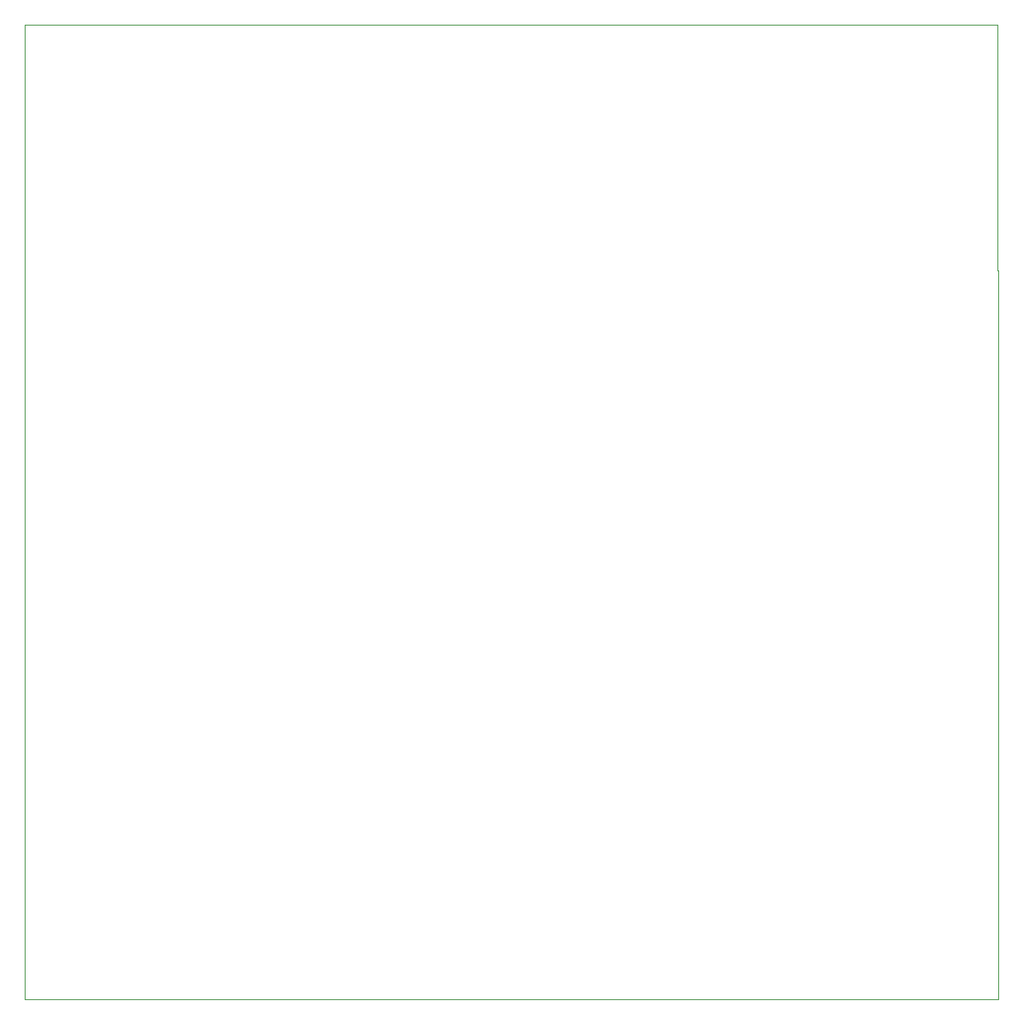
<source format=gko>
G04*
G04 #@! TF.GenerationSoftware,Altium Limited,Altium Designer,21.0.8 (223)*
G04*
G04 Layer_Color=16711935*
%FSTAX24Y24*%
%MOIN*%
G70*
G04*
G04 #@! TF.SameCoordinates,802AE027-55FB-4EE0-B797-8BAC3B94A1FA*
G04*
G04*
G04 #@! TF.FilePolarity,Positive*
G04*
G01*
G75*
%ADD13C,0.0039*%
D13*
X01Y010433D02*
X04935D01*
X01D02*
Y049816D01*
X04935Y010433D02*
Y0399D01*
X01Y049816D02*
X049345D01*
Y039905D02*
X04935Y0399D01*
X049345Y039905D02*
Y049816D01*
M02*

</source>
